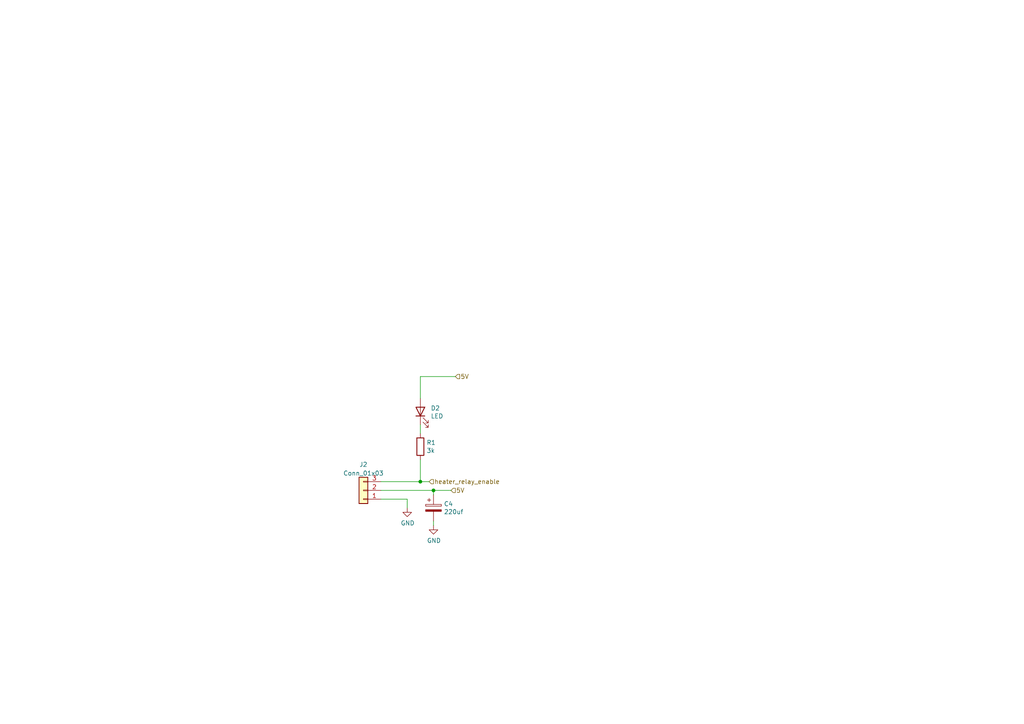
<source format=kicad_sch>
(kicad_sch (version 20211123) (generator eeschema)
  (paper "A4")
  (lib_symbols
    (symbol "Connector_Generic:Conn_01x03" (pin_names (offset 1.016) hide)
      (property "Reference" "J" (at 0 5.08 0))
      (property "Value" "Conn_01x03" (at 0 -5.08 0))
      (symbol "Conn_01x03_1_1"
        (rectangle (start -1.27 -2.413) (end 0 -2.667) (stroke (width 0.1524)))
        (rectangle (start -1.27 0.127) (end 0 -0.127) (stroke (width 0.1524)))
        (rectangle (start -1.27 2.667) (end 0 2.413) (stroke (width 0.1524)))
        (rectangle (start -1.27 3.81) (end 1.27 -3.81) (stroke (width 0.254)) (fill (type background)))
        (pin passive line (at -5.08 2.54 0) (length 3.81) (name "Pin_1") (number "1"))
        (pin passive line (at -5.08 0 0) (length 3.81) (name "Pin_2") (number "2"))
        (pin passive line (at -5.08 -2.54 0) (length 3.81) (name "Pin_3") (number "3"))
      )
    )
    (symbol "Device:R" (pin_numbers hide) (pin_names (offset 0))
      (property "Reference" "R" (at 2.032 0 90))
      (property "Value" "R" (at 0 0 90))
      (symbol "R_0_1"
        (rectangle (start -1.016 -2.54) (end 1.016 2.54) (stroke (width 0.254)))
      )
      (symbol "R_1_1"
        (pin passive line (at 0 3.81 270) (length 1.27) (name "~") (number "1"))
        (pin passive line (at 0 -3.81 90) (length 1.27) (name "~") (number "2"))
      )
    )
    (symbol "mySymbolLibrary:LED" (pin_numbers hide) (pin_names (offset 1.016) hide)
      (property "Reference" "D" (at 0 2.54 0))
      (property "Value" "LED" (at 0 -2.54 0))
      (symbol "LED_0_1"
        (polyline (pts (xy -1.27 -1.27) (xy -1.27 1.27)) (stroke (width 0.254)))
        (polyline (pts (xy -1.27 0) (xy 1.27 0)))
        (polyline (pts (xy 1.27 -1.27) (xy 1.27 1.27) (xy -1.27 0) (xy 1.27 -1.27)) (stroke (width 0.254)))
        (polyline (pts (xy -3.048 -0.762) (xy -4.572 -2.286) (xy -3.81 -2.286) (xy -4.572 -2.286) (xy -4.572 -1.524)))
        (polyline (pts (xy -1.778 -0.762) (xy -3.302 -2.286) (xy -2.54 -2.286) (xy -3.302 -2.286) (xy -3.302 -1.524)))
      )
      (symbol "LED_1_1"
        (pin passive line (at 3.81 0 180) (length 2.54) (name "A") (number "A"))
        (pin passive line (at -3.81 0 0) (length 2.54) (name "K") (number "K"))
      )
    )
    (symbol "pid_smt_oven-rescue:CP-Device" (pin_numbers hide) (pin_names (offset 0.254))
      (property "Reference" "C" (at 0.635 2.54 0))
      (property "Value" "CP-Device" (at 0.635 -2.54 0))
      (symbol "CP-Device_0_1"
        (rectangle (start -2.286 0.508) (end 2.286 1.016))
        (polyline (pts (xy -1.778 2.286) (xy -0.762 2.286)))
        (polyline (pts (xy -1.27 2.794) (xy -1.27 1.778)))
        (rectangle (start 2.286 -0.508) (end -2.286 -1.016) (fill (type outline)))
      )
      (symbol "CP-Device_1_1"
        (pin passive line (at 0 3.81 270) (length 2.794) (name "~") (number "1"))
        (pin passive line (at 0 -3.81 90) (length 2.794) (name "~") (number "2"))
      )
    )
    (symbol "power:GND" (power) (pin_names (offset 0))
      (property "Value" "GND" (at 0 -3.81 0))
      (symbol "GND_0_1"
        (polyline (pts (xy 0 0) (xy 0 -1.27) (xy 1.27 -1.27) (xy 0 -2.54) (xy -1.27 -1.27) (xy 0 -1.27)))
      )
      (symbol "GND_1_1"
        (pin power_in line (at 0 0 270) (length 0) hide (name "GND") (number "1"))
      )
    )
  )
  (junction (at 121.92 139.7))
  (junction (at 125.73 142.24))
  (wire (pts (xy 125.73 151.13) (xy 125.73 152.4)))
  (wire (pts (xy 121.92 139.7) (xy 124.46 139.7)))
  (wire (pts (xy 121.92 109.22) (xy 132.08 109.22)))
  (wire (pts (xy 110.49 139.7) (xy 121.92 139.7)))
  (wire (pts (xy 125.73 142.24) (xy 130.81 142.24)))
  (wire (pts (xy 121.92 109.22) (xy 121.92 115.57)))
  (wire (pts (xy 121.92 125.73) (xy 121.92 123.19)))
  (wire (pts (xy 118.11 147.32) (xy 118.11 144.78)))
  (wire (pts (xy 125.73 143.51) (xy 125.73 142.24)))
  (wire (pts (xy 121.92 133.35) (xy 121.92 139.7)))
  (wire (pts (xy 118.11 144.78) (xy 110.49 144.78)))
  (wire (pts (xy 110.49 142.24) (xy 125.73 142.24)))
  (hierarchical_label "5V" (shape input) (at 130.81 142.24 0))
  (hierarchical_label "5V" (shape input) (at 132.08 109.22 0))
  (hierarchical_label "heater_relay_enable" (shape input) (at 124.46 139.7 0))
  (symbol (lib_id "mySymbolLibrary:LED") (at 121.92 119.38 90) (unit 1)
    (property "Reference" "D2" (at 124.9172 118.3894 90) (effects (justify right)))
    (property "Value" "LED" (at 124.9172 120.7008 90) (effects (justify right)))
    (property "Footprint" "myFootPrintLibs:LED_D3.0mm" (effects hide))
  )
  (symbol (lib_id "Device:R") (at 121.92 129.54 180) (unit 1)
    (property "Reference" "R1" (at 123.698 128.3716 0) (effects (justify right)))
    (property "Value" "3k" (at 123.698 130.683 0) (effects (justify right)))
    (property "Footprint" "myFootPrintLibs:R_C_0805_2012Metric_Pad1.20x1.50mm_HandSolder" (effects hide))
  )
  (symbol (lib_id "power:GND") (at 118.11 147.32 0) (unit 1)
    (property "Reference" "#PWR07" (effects hide))
    (property "Value" "GND" (at 118.237 151.7142 0))
  )
  (symbol (lib_id "power:GND") (at 125.73 152.4 0) (unit 1)
    (property "Reference" "#PWR0101" (effects hide))
    (property "Value" "GND" (at 125.857 156.7942 0))
  )
  (symbol (lib_id "Connector_Generic:Conn_01x03") (at 105.41 142.24 180) (unit 1)
    (property "Reference" "J2" (at 105.41 134.7302 0))
    (property "Value" "Conn_01x03" (at 105.41 137.2671 0))
    (property "Footprint" "myFootPrintLibs:Molex_KK-254_AE-6410-03A_1x03_P2.54mm_Vertical" (effects hide))
  )
  (symbol (lib_id "pid_smt_oven-rescue:CP-Device") (at 125.73 147.32 0) (unit 1)
    (property "Reference" "C4" (at 128.7272 146.1516 0) (effects (justify left)))
    (property "Value" "220uf" (at 128.7272 148.463 0) (effects (justify left)))
    (property "Footprint" "myFootPrintLibs:CP_EIA-7343-20_Kemet-V_Pad2.25x2.55mm_HandSolder" (effects hide))
  )
)
</source>
